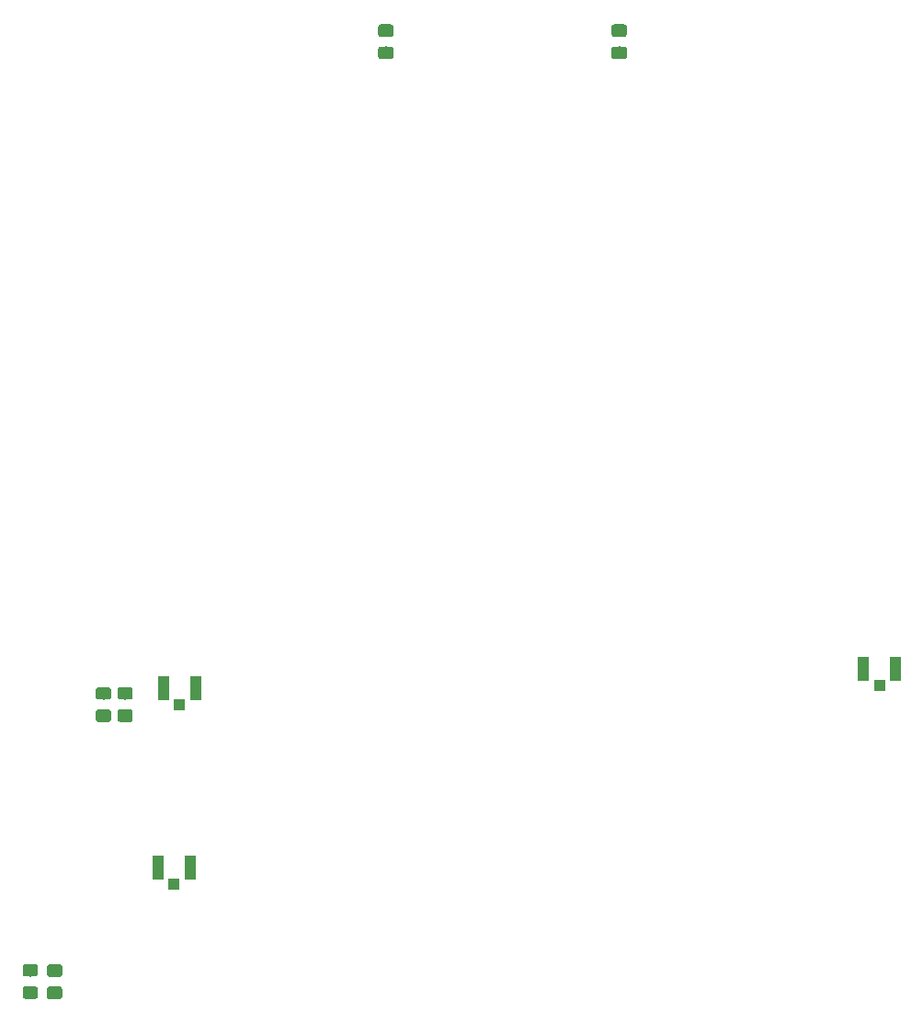
<source format=gbp>
G04 #@! TF.GenerationSoftware,KiCad,Pcbnew,(5.1.4)-1*
G04 #@! TF.CreationDate,2021-09-06T14:48:02-04:00*
G04 #@! TF.ProjectId,shunt_current_control_v2,7368756e-745f-4637-9572-72656e745f63,rev?*
G04 #@! TF.SameCoordinates,Original*
G04 #@! TF.FileFunction,Paste,Bot*
G04 #@! TF.FilePolarity,Positive*
%FSLAX46Y46*%
G04 Gerber Fmt 4.6, Leading zero omitted, Abs format (unit mm)*
G04 Created by KiCad (PCBNEW (5.1.4)-1) date 2021-09-06 14:48:02*
%MOMM*%
%LPD*%
G04 APERTURE LIST*
%ADD10R,1.050000X2.200000*%
%ADD11R,1.000000X1.050000*%
%ADD12C,0.100000*%
%ADD13C,1.150000*%
G04 APERTURE END LIST*
D10*
X151750000Y-97750000D03*
X154700000Y-97750000D03*
D11*
X153225000Y-99275000D03*
D12*
G36*
X129724505Y-40451204D02*
G01*
X129748773Y-40454804D01*
X129772572Y-40460765D01*
X129795671Y-40469030D01*
X129817850Y-40479520D01*
X129838893Y-40492132D01*
X129858599Y-40506747D01*
X129876777Y-40523223D01*
X129893253Y-40541401D01*
X129907868Y-40561107D01*
X129920480Y-40582150D01*
X129930970Y-40604329D01*
X129939235Y-40627428D01*
X129945196Y-40651227D01*
X129948796Y-40675495D01*
X129950000Y-40699999D01*
X129950000Y-41350001D01*
X129948796Y-41374505D01*
X129945196Y-41398773D01*
X129939235Y-41422572D01*
X129930970Y-41445671D01*
X129920480Y-41467850D01*
X129907868Y-41488893D01*
X129893253Y-41508599D01*
X129876777Y-41526777D01*
X129858599Y-41543253D01*
X129838893Y-41557868D01*
X129817850Y-41570480D01*
X129795671Y-41580970D01*
X129772572Y-41589235D01*
X129748773Y-41595196D01*
X129724505Y-41598796D01*
X129700001Y-41600000D01*
X128799999Y-41600000D01*
X128775495Y-41598796D01*
X128751227Y-41595196D01*
X128727428Y-41589235D01*
X128704329Y-41580970D01*
X128682150Y-41570480D01*
X128661107Y-41557868D01*
X128641401Y-41543253D01*
X128623223Y-41526777D01*
X128606747Y-41508599D01*
X128592132Y-41488893D01*
X128579520Y-41467850D01*
X128569030Y-41445671D01*
X128560765Y-41422572D01*
X128554804Y-41398773D01*
X128551204Y-41374505D01*
X128550000Y-41350001D01*
X128550000Y-40699999D01*
X128551204Y-40675495D01*
X128554804Y-40651227D01*
X128560765Y-40627428D01*
X128569030Y-40604329D01*
X128579520Y-40582150D01*
X128592132Y-40561107D01*
X128606747Y-40541401D01*
X128623223Y-40523223D01*
X128641401Y-40506747D01*
X128661107Y-40492132D01*
X128682150Y-40479520D01*
X128704329Y-40469030D01*
X128727428Y-40460765D01*
X128751227Y-40454804D01*
X128775495Y-40451204D01*
X128799999Y-40450000D01*
X129700001Y-40450000D01*
X129724505Y-40451204D01*
X129724505Y-40451204D01*
G37*
D13*
X129250000Y-41025000D03*
D12*
G36*
X129724505Y-38401204D02*
G01*
X129748773Y-38404804D01*
X129772572Y-38410765D01*
X129795671Y-38419030D01*
X129817850Y-38429520D01*
X129838893Y-38442132D01*
X129858599Y-38456747D01*
X129876777Y-38473223D01*
X129893253Y-38491401D01*
X129907868Y-38511107D01*
X129920480Y-38532150D01*
X129930970Y-38554329D01*
X129939235Y-38577428D01*
X129945196Y-38601227D01*
X129948796Y-38625495D01*
X129950000Y-38649999D01*
X129950000Y-39300001D01*
X129948796Y-39324505D01*
X129945196Y-39348773D01*
X129939235Y-39372572D01*
X129930970Y-39395671D01*
X129920480Y-39417850D01*
X129907868Y-39438893D01*
X129893253Y-39458599D01*
X129876777Y-39476777D01*
X129858599Y-39493253D01*
X129838893Y-39507868D01*
X129817850Y-39520480D01*
X129795671Y-39530970D01*
X129772572Y-39539235D01*
X129748773Y-39545196D01*
X129724505Y-39548796D01*
X129700001Y-39550000D01*
X128799999Y-39550000D01*
X128775495Y-39548796D01*
X128751227Y-39545196D01*
X128727428Y-39539235D01*
X128704329Y-39530970D01*
X128682150Y-39520480D01*
X128661107Y-39507868D01*
X128641401Y-39493253D01*
X128623223Y-39476777D01*
X128606747Y-39458599D01*
X128592132Y-39438893D01*
X128579520Y-39417850D01*
X128569030Y-39395671D01*
X128560765Y-39372572D01*
X128554804Y-39348773D01*
X128551204Y-39324505D01*
X128550000Y-39300001D01*
X128550000Y-38649999D01*
X128551204Y-38625495D01*
X128554804Y-38601227D01*
X128560765Y-38577428D01*
X128569030Y-38554329D01*
X128579520Y-38532150D01*
X128592132Y-38511107D01*
X128606747Y-38491401D01*
X128623223Y-38473223D01*
X128641401Y-38456747D01*
X128661107Y-38442132D01*
X128682150Y-38429520D01*
X128704329Y-38419030D01*
X128727428Y-38410765D01*
X128751227Y-38404804D01*
X128775495Y-38401204D01*
X128799999Y-38400000D01*
X129700001Y-38400000D01*
X129724505Y-38401204D01*
X129724505Y-38401204D01*
G37*
D13*
X129250000Y-38975000D03*
D10*
X87275000Y-99500000D03*
X90225000Y-99500000D03*
D11*
X88750000Y-101025000D03*
D10*
X86775000Y-116000000D03*
X89725000Y-116000000D03*
D11*
X88250000Y-117525000D03*
D12*
G36*
X77724505Y-124901204D02*
G01*
X77748773Y-124904804D01*
X77772572Y-124910765D01*
X77795671Y-124919030D01*
X77817850Y-124929520D01*
X77838893Y-124942132D01*
X77858599Y-124956747D01*
X77876777Y-124973223D01*
X77893253Y-124991401D01*
X77907868Y-125011107D01*
X77920480Y-125032150D01*
X77930970Y-125054329D01*
X77939235Y-125077428D01*
X77945196Y-125101227D01*
X77948796Y-125125495D01*
X77950000Y-125149999D01*
X77950000Y-125800001D01*
X77948796Y-125824505D01*
X77945196Y-125848773D01*
X77939235Y-125872572D01*
X77930970Y-125895671D01*
X77920480Y-125917850D01*
X77907868Y-125938893D01*
X77893253Y-125958599D01*
X77876777Y-125976777D01*
X77858599Y-125993253D01*
X77838893Y-126007868D01*
X77817850Y-126020480D01*
X77795671Y-126030970D01*
X77772572Y-126039235D01*
X77748773Y-126045196D01*
X77724505Y-126048796D01*
X77700001Y-126050000D01*
X76799999Y-126050000D01*
X76775495Y-126048796D01*
X76751227Y-126045196D01*
X76727428Y-126039235D01*
X76704329Y-126030970D01*
X76682150Y-126020480D01*
X76661107Y-126007868D01*
X76641401Y-125993253D01*
X76623223Y-125976777D01*
X76606747Y-125958599D01*
X76592132Y-125938893D01*
X76579520Y-125917850D01*
X76569030Y-125895671D01*
X76560765Y-125872572D01*
X76554804Y-125848773D01*
X76551204Y-125824505D01*
X76550000Y-125800001D01*
X76550000Y-125149999D01*
X76551204Y-125125495D01*
X76554804Y-125101227D01*
X76560765Y-125077428D01*
X76569030Y-125054329D01*
X76579520Y-125032150D01*
X76592132Y-125011107D01*
X76606747Y-124991401D01*
X76623223Y-124973223D01*
X76641401Y-124956747D01*
X76661107Y-124942132D01*
X76682150Y-124929520D01*
X76704329Y-124919030D01*
X76727428Y-124910765D01*
X76751227Y-124904804D01*
X76775495Y-124901204D01*
X76799999Y-124900000D01*
X77700001Y-124900000D01*
X77724505Y-124901204D01*
X77724505Y-124901204D01*
G37*
D13*
X77250000Y-125475000D03*
D12*
G36*
X77724505Y-126951204D02*
G01*
X77748773Y-126954804D01*
X77772572Y-126960765D01*
X77795671Y-126969030D01*
X77817850Y-126979520D01*
X77838893Y-126992132D01*
X77858599Y-127006747D01*
X77876777Y-127023223D01*
X77893253Y-127041401D01*
X77907868Y-127061107D01*
X77920480Y-127082150D01*
X77930970Y-127104329D01*
X77939235Y-127127428D01*
X77945196Y-127151227D01*
X77948796Y-127175495D01*
X77950000Y-127199999D01*
X77950000Y-127850001D01*
X77948796Y-127874505D01*
X77945196Y-127898773D01*
X77939235Y-127922572D01*
X77930970Y-127945671D01*
X77920480Y-127967850D01*
X77907868Y-127988893D01*
X77893253Y-128008599D01*
X77876777Y-128026777D01*
X77858599Y-128043253D01*
X77838893Y-128057868D01*
X77817850Y-128070480D01*
X77795671Y-128080970D01*
X77772572Y-128089235D01*
X77748773Y-128095196D01*
X77724505Y-128098796D01*
X77700001Y-128100000D01*
X76799999Y-128100000D01*
X76775495Y-128098796D01*
X76751227Y-128095196D01*
X76727428Y-128089235D01*
X76704329Y-128080970D01*
X76682150Y-128070480D01*
X76661107Y-128057868D01*
X76641401Y-128043253D01*
X76623223Y-128026777D01*
X76606747Y-128008599D01*
X76592132Y-127988893D01*
X76579520Y-127967850D01*
X76569030Y-127945671D01*
X76560765Y-127922572D01*
X76554804Y-127898773D01*
X76551204Y-127874505D01*
X76550000Y-127850001D01*
X76550000Y-127199999D01*
X76551204Y-127175495D01*
X76554804Y-127151227D01*
X76560765Y-127127428D01*
X76569030Y-127104329D01*
X76579520Y-127082150D01*
X76592132Y-127061107D01*
X76606747Y-127041401D01*
X76623223Y-127023223D01*
X76641401Y-127006747D01*
X76661107Y-126992132D01*
X76682150Y-126979520D01*
X76704329Y-126969030D01*
X76727428Y-126960765D01*
X76751227Y-126954804D01*
X76775495Y-126951204D01*
X76799999Y-126950000D01*
X77700001Y-126950000D01*
X77724505Y-126951204D01*
X77724505Y-126951204D01*
G37*
D13*
X77250000Y-127525000D03*
D12*
G36*
X82224505Y-99401204D02*
G01*
X82248773Y-99404804D01*
X82272572Y-99410765D01*
X82295671Y-99419030D01*
X82317850Y-99429520D01*
X82338893Y-99442132D01*
X82358599Y-99456747D01*
X82376777Y-99473223D01*
X82393253Y-99491401D01*
X82407868Y-99511107D01*
X82420480Y-99532150D01*
X82430970Y-99554329D01*
X82439235Y-99577428D01*
X82445196Y-99601227D01*
X82448796Y-99625495D01*
X82450000Y-99649999D01*
X82450000Y-100300001D01*
X82448796Y-100324505D01*
X82445196Y-100348773D01*
X82439235Y-100372572D01*
X82430970Y-100395671D01*
X82420480Y-100417850D01*
X82407868Y-100438893D01*
X82393253Y-100458599D01*
X82376777Y-100476777D01*
X82358599Y-100493253D01*
X82338893Y-100507868D01*
X82317850Y-100520480D01*
X82295671Y-100530970D01*
X82272572Y-100539235D01*
X82248773Y-100545196D01*
X82224505Y-100548796D01*
X82200001Y-100550000D01*
X81299999Y-100550000D01*
X81275495Y-100548796D01*
X81251227Y-100545196D01*
X81227428Y-100539235D01*
X81204329Y-100530970D01*
X81182150Y-100520480D01*
X81161107Y-100507868D01*
X81141401Y-100493253D01*
X81123223Y-100476777D01*
X81106747Y-100458599D01*
X81092132Y-100438893D01*
X81079520Y-100417850D01*
X81069030Y-100395671D01*
X81060765Y-100372572D01*
X81054804Y-100348773D01*
X81051204Y-100324505D01*
X81050000Y-100300001D01*
X81050000Y-99649999D01*
X81051204Y-99625495D01*
X81054804Y-99601227D01*
X81060765Y-99577428D01*
X81069030Y-99554329D01*
X81079520Y-99532150D01*
X81092132Y-99511107D01*
X81106747Y-99491401D01*
X81123223Y-99473223D01*
X81141401Y-99456747D01*
X81161107Y-99442132D01*
X81182150Y-99429520D01*
X81204329Y-99419030D01*
X81227428Y-99410765D01*
X81251227Y-99404804D01*
X81275495Y-99401204D01*
X81299999Y-99400000D01*
X82200001Y-99400000D01*
X82224505Y-99401204D01*
X82224505Y-99401204D01*
G37*
D13*
X81750000Y-99975000D03*
D12*
G36*
X82224505Y-101451204D02*
G01*
X82248773Y-101454804D01*
X82272572Y-101460765D01*
X82295671Y-101469030D01*
X82317850Y-101479520D01*
X82338893Y-101492132D01*
X82358599Y-101506747D01*
X82376777Y-101523223D01*
X82393253Y-101541401D01*
X82407868Y-101561107D01*
X82420480Y-101582150D01*
X82430970Y-101604329D01*
X82439235Y-101627428D01*
X82445196Y-101651227D01*
X82448796Y-101675495D01*
X82450000Y-101699999D01*
X82450000Y-102350001D01*
X82448796Y-102374505D01*
X82445196Y-102398773D01*
X82439235Y-102422572D01*
X82430970Y-102445671D01*
X82420480Y-102467850D01*
X82407868Y-102488893D01*
X82393253Y-102508599D01*
X82376777Y-102526777D01*
X82358599Y-102543253D01*
X82338893Y-102557868D01*
X82317850Y-102570480D01*
X82295671Y-102580970D01*
X82272572Y-102589235D01*
X82248773Y-102595196D01*
X82224505Y-102598796D01*
X82200001Y-102600000D01*
X81299999Y-102600000D01*
X81275495Y-102598796D01*
X81251227Y-102595196D01*
X81227428Y-102589235D01*
X81204329Y-102580970D01*
X81182150Y-102570480D01*
X81161107Y-102557868D01*
X81141401Y-102543253D01*
X81123223Y-102526777D01*
X81106747Y-102508599D01*
X81092132Y-102488893D01*
X81079520Y-102467850D01*
X81069030Y-102445671D01*
X81060765Y-102422572D01*
X81054804Y-102398773D01*
X81051204Y-102374505D01*
X81050000Y-102350001D01*
X81050000Y-101699999D01*
X81051204Y-101675495D01*
X81054804Y-101651227D01*
X81060765Y-101627428D01*
X81069030Y-101604329D01*
X81079520Y-101582150D01*
X81092132Y-101561107D01*
X81106747Y-101541401D01*
X81123223Y-101523223D01*
X81141401Y-101506747D01*
X81161107Y-101492132D01*
X81182150Y-101479520D01*
X81204329Y-101469030D01*
X81227428Y-101460765D01*
X81251227Y-101454804D01*
X81275495Y-101451204D01*
X81299999Y-101450000D01*
X82200001Y-101450000D01*
X82224505Y-101451204D01*
X82224505Y-101451204D01*
G37*
D13*
X81750000Y-102025000D03*
D12*
G36*
X108224505Y-38401204D02*
G01*
X108248773Y-38404804D01*
X108272572Y-38410765D01*
X108295671Y-38419030D01*
X108317850Y-38429520D01*
X108338893Y-38442132D01*
X108358599Y-38456747D01*
X108376777Y-38473223D01*
X108393253Y-38491401D01*
X108407868Y-38511107D01*
X108420480Y-38532150D01*
X108430970Y-38554329D01*
X108439235Y-38577428D01*
X108445196Y-38601227D01*
X108448796Y-38625495D01*
X108450000Y-38649999D01*
X108450000Y-39300001D01*
X108448796Y-39324505D01*
X108445196Y-39348773D01*
X108439235Y-39372572D01*
X108430970Y-39395671D01*
X108420480Y-39417850D01*
X108407868Y-39438893D01*
X108393253Y-39458599D01*
X108376777Y-39476777D01*
X108358599Y-39493253D01*
X108338893Y-39507868D01*
X108317850Y-39520480D01*
X108295671Y-39530970D01*
X108272572Y-39539235D01*
X108248773Y-39545196D01*
X108224505Y-39548796D01*
X108200001Y-39550000D01*
X107299999Y-39550000D01*
X107275495Y-39548796D01*
X107251227Y-39545196D01*
X107227428Y-39539235D01*
X107204329Y-39530970D01*
X107182150Y-39520480D01*
X107161107Y-39507868D01*
X107141401Y-39493253D01*
X107123223Y-39476777D01*
X107106747Y-39458599D01*
X107092132Y-39438893D01*
X107079520Y-39417850D01*
X107069030Y-39395671D01*
X107060765Y-39372572D01*
X107054804Y-39348773D01*
X107051204Y-39324505D01*
X107050000Y-39300001D01*
X107050000Y-38649999D01*
X107051204Y-38625495D01*
X107054804Y-38601227D01*
X107060765Y-38577428D01*
X107069030Y-38554329D01*
X107079520Y-38532150D01*
X107092132Y-38511107D01*
X107106747Y-38491401D01*
X107123223Y-38473223D01*
X107141401Y-38456747D01*
X107161107Y-38442132D01*
X107182150Y-38429520D01*
X107204329Y-38419030D01*
X107227428Y-38410765D01*
X107251227Y-38404804D01*
X107275495Y-38401204D01*
X107299999Y-38400000D01*
X108200001Y-38400000D01*
X108224505Y-38401204D01*
X108224505Y-38401204D01*
G37*
D13*
X107750000Y-38975000D03*
D12*
G36*
X108224505Y-40451204D02*
G01*
X108248773Y-40454804D01*
X108272572Y-40460765D01*
X108295671Y-40469030D01*
X108317850Y-40479520D01*
X108338893Y-40492132D01*
X108358599Y-40506747D01*
X108376777Y-40523223D01*
X108393253Y-40541401D01*
X108407868Y-40561107D01*
X108420480Y-40582150D01*
X108430970Y-40604329D01*
X108439235Y-40627428D01*
X108445196Y-40651227D01*
X108448796Y-40675495D01*
X108450000Y-40699999D01*
X108450000Y-41350001D01*
X108448796Y-41374505D01*
X108445196Y-41398773D01*
X108439235Y-41422572D01*
X108430970Y-41445671D01*
X108420480Y-41467850D01*
X108407868Y-41488893D01*
X108393253Y-41508599D01*
X108376777Y-41526777D01*
X108358599Y-41543253D01*
X108338893Y-41557868D01*
X108317850Y-41570480D01*
X108295671Y-41580970D01*
X108272572Y-41589235D01*
X108248773Y-41595196D01*
X108224505Y-41598796D01*
X108200001Y-41600000D01*
X107299999Y-41600000D01*
X107275495Y-41598796D01*
X107251227Y-41595196D01*
X107227428Y-41589235D01*
X107204329Y-41580970D01*
X107182150Y-41570480D01*
X107161107Y-41557868D01*
X107141401Y-41543253D01*
X107123223Y-41526777D01*
X107106747Y-41508599D01*
X107092132Y-41488893D01*
X107079520Y-41467850D01*
X107069030Y-41445671D01*
X107060765Y-41422572D01*
X107054804Y-41398773D01*
X107051204Y-41374505D01*
X107050000Y-41350001D01*
X107050000Y-40699999D01*
X107051204Y-40675495D01*
X107054804Y-40651227D01*
X107060765Y-40627428D01*
X107069030Y-40604329D01*
X107079520Y-40582150D01*
X107092132Y-40561107D01*
X107106747Y-40541401D01*
X107123223Y-40523223D01*
X107141401Y-40506747D01*
X107161107Y-40492132D01*
X107182150Y-40479520D01*
X107204329Y-40469030D01*
X107227428Y-40460765D01*
X107251227Y-40454804D01*
X107275495Y-40451204D01*
X107299999Y-40450000D01*
X108200001Y-40450000D01*
X108224505Y-40451204D01*
X108224505Y-40451204D01*
G37*
D13*
X107750000Y-41025000D03*
D12*
G36*
X75474505Y-124876204D02*
G01*
X75498773Y-124879804D01*
X75522572Y-124885765D01*
X75545671Y-124894030D01*
X75567850Y-124904520D01*
X75588893Y-124917132D01*
X75608599Y-124931747D01*
X75626777Y-124948223D01*
X75643253Y-124966401D01*
X75657868Y-124986107D01*
X75670480Y-125007150D01*
X75680970Y-125029329D01*
X75689235Y-125052428D01*
X75695196Y-125076227D01*
X75698796Y-125100495D01*
X75700000Y-125124999D01*
X75700000Y-125775001D01*
X75698796Y-125799505D01*
X75695196Y-125823773D01*
X75689235Y-125847572D01*
X75680970Y-125870671D01*
X75670480Y-125892850D01*
X75657868Y-125913893D01*
X75643253Y-125933599D01*
X75626777Y-125951777D01*
X75608599Y-125968253D01*
X75588893Y-125982868D01*
X75567850Y-125995480D01*
X75545671Y-126005970D01*
X75522572Y-126014235D01*
X75498773Y-126020196D01*
X75474505Y-126023796D01*
X75450001Y-126025000D01*
X74549999Y-126025000D01*
X74525495Y-126023796D01*
X74501227Y-126020196D01*
X74477428Y-126014235D01*
X74454329Y-126005970D01*
X74432150Y-125995480D01*
X74411107Y-125982868D01*
X74391401Y-125968253D01*
X74373223Y-125951777D01*
X74356747Y-125933599D01*
X74342132Y-125913893D01*
X74329520Y-125892850D01*
X74319030Y-125870671D01*
X74310765Y-125847572D01*
X74304804Y-125823773D01*
X74301204Y-125799505D01*
X74300000Y-125775001D01*
X74300000Y-125124999D01*
X74301204Y-125100495D01*
X74304804Y-125076227D01*
X74310765Y-125052428D01*
X74319030Y-125029329D01*
X74329520Y-125007150D01*
X74342132Y-124986107D01*
X74356747Y-124966401D01*
X74373223Y-124948223D01*
X74391401Y-124931747D01*
X74411107Y-124917132D01*
X74432150Y-124904520D01*
X74454329Y-124894030D01*
X74477428Y-124885765D01*
X74501227Y-124879804D01*
X74525495Y-124876204D01*
X74549999Y-124875000D01*
X75450001Y-124875000D01*
X75474505Y-124876204D01*
X75474505Y-124876204D01*
G37*
D13*
X75000000Y-125450000D03*
D12*
G36*
X75474505Y-126926204D02*
G01*
X75498773Y-126929804D01*
X75522572Y-126935765D01*
X75545671Y-126944030D01*
X75567850Y-126954520D01*
X75588893Y-126967132D01*
X75608599Y-126981747D01*
X75626777Y-126998223D01*
X75643253Y-127016401D01*
X75657868Y-127036107D01*
X75670480Y-127057150D01*
X75680970Y-127079329D01*
X75689235Y-127102428D01*
X75695196Y-127126227D01*
X75698796Y-127150495D01*
X75700000Y-127174999D01*
X75700000Y-127825001D01*
X75698796Y-127849505D01*
X75695196Y-127873773D01*
X75689235Y-127897572D01*
X75680970Y-127920671D01*
X75670480Y-127942850D01*
X75657868Y-127963893D01*
X75643253Y-127983599D01*
X75626777Y-128001777D01*
X75608599Y-128018253D01*
X75588893Y-128032868D01*
X75567850Y-128045480D01*
X75545671Y-128055970D01*
X75522572Y-128064235D01*
X75498773Y-128070196D01*
X75474505Y-128073796D01*
X75450001Y-128075000D01*
X74549999Y-128075000D01*
X74525495Y-128073796D01*
X74501227Y-128070196D01*
X74477428Y-128064235D01*
X74454329Y-128055970D01*
X74432150Y-128045480D01*
X74411107Y-128032868D01*
X74391401Y-128018253D01*
X74373223Y-128001777D01*
X74356747Y-127983599D01*
X74342132Y-127963893D01*
X74329520Y-127942850D01*
X74319030Y-127920671D01*
X74310765Y-127897572D01*
X74304804Y-127873773D01*
X74301204Y-127849505D01*
X74300000Y-127825001D01*
X74300000Y-127174999D01*
X74301204Y-127150495D01*
X74304804Y-127126227D01*
X74310765Y-127102428D01*
X74319030Y-127079329D01*
X74329520Y-127057150D01*
X74342132Y-127036107D01*
X74356747Y-127016401D01*
X74373223Y-126998223D01*
X74391401Y-126981747D01*
X74411107Y-126967132D01*
X74432150Y-126954520D01*
X74454329Y-126944030D01*
X74477428Y-126935765D01*
X74501227Y-126929804D01*
X74525495Y-126926204D01*
X74549999Y-126925000D01*
X75450001Y-126925000D01*
X75474505Y-126926204D01*
X75474505Y-126926204D01*
G37*
D13*
X75000000Y-127500000D03*
D12*
G36*
X84224505Y-99401204D02*
G01*
X84248773Y-99404804D01*
X84272572Y-99410765D01*
X84295671Y-99419030D01*
X84317850Y-99429520D01*
X84338893Y-99442132D01*
X84358599Y-99456747D01*
X84376777Y-99473223D01*
X84393253Y-99491401D01*
X84407868Y-99511107D01*
X84420480Y-99532150D01*
X84430970Y-99554329D01*
X84439235Y-99577428D01*
X84445196Y-99601227D01*
X84448796Y-99625495D01*
X84450000Y-99649999D01*
X84450000Y-100300001D01*
X84448796Y-100324505D01*
X84445196Y-100348773D01*
X84439235Y-100372572D01*
X84430970Y-100395671D01*
X84420480Y-100417850D01*
X84407868Y-100438893D01*
X84393253Y-100458599D01*
X84376777Y-100476777D01*
X84358599Y-100493253D01*
X84338893Y-100507868D01*
X84317850Y-100520480D01*
X84295671Y-100530970D01*
X84272572Y-100539235D01*
X84248773Y-100545196D01*
X84224505Y-100548796D01*
X84200001Y-100550000D01*
X83299999Y-100550000D01*
X83275495Y-100548796D01*
X83251227Y-100545196D01*
X83227428Y-100539235D01*
X83204329Y-100530970D01*
X83182150Y-100520480D01*
X83161107Y-100507868D01*
X83141401Y-100493253D01*
X83123223Y-100476777D01*
X83106747Y-100458599D01*
X83092132Y-100438893D01*
X83079520Y-100417850D01*
X83069030Y-100395671D01*
X83060765Y-100372572D01*
X83054804Y-100348773D01*
X83051204Y-100324505D01*
X83050000Y-100300001D01*
X83050000Y-99649999D01*
X83051204Y-99625495D01*
X83054804Y-99601227D01*
X83060765Y-99577428D01*
X83069030Y-99554329D01*
X83079520Y-99532150D01*
X83092132Y-99511107D01*
X83106747Y-99491401D01*
X83123223Y-99473223D01*
X83141401Y-99456747D01*
X83161107Y-99442132D01*
X83182150Y-99429520D01*
X83204329Y-99419030D01*
X83227428Y-99410765D01*
X83251227Y-99404804D01*
X83275495Y-99401204D01*
X83299999Y-99400000D01*
X84200001Y-99400000D01*
X84224505Y-99401204D01*
X84224505Y-99401204D01*
G37*
D13*
X83750000Y-99975000D03*
D12*
G36*
X84224505Y-101451204D02*
G01*
X84248773Y-101454804D01*
X84272572Y-101460765D01*
X84295671Y-101469030D01*
X84317850Y-101479520D01*
X84338893Y-101492132D01*
X84358599Y-101506747D01*
X84376777Y-101523223D01*
X84393253Y-101541401D01*
X84407868Y-101561107D01*
X84420480Y-101582150D01*
X84430970Y-101604329D01*
X84439235Y-101627428D01*
X84445196Y-101651227D01*
X84448796Y-101675495D01*
X84450000Y-101699999D01*
X84450000Y-102350001D01*
X84448796Y-102374505D01*
X84445196Y-102398773D01*
X84439235Y-102422572D01*
X84430970Y-102445671D01*
X84420480Y-102467850D01*
X84407868Y-102488893D01*
X84393253Y-102508599D01*
X84376777Y-102526777D01*
X84358599Y-102543253D01*
X84338893Y-102557868D01*
X84317850Y-102570480D01*
X84295671Y-102580970D01*
X84272572Y-102589235D01*
X84248773Y-102595196D01*
X84224505Y-102598796D01*
X84200001Y-102600000D01*
X83299999Y-102600000D01*
X83275495Y-102598796D01*
X83251227Y-102595196D01*
X83227428Y-102589235D01*
X83204329Y-102580970D01*
X83182150Y-102570480D01*
X83161107Y-102557868D01*
X83141401Y-102543253D01*
X83123223Y-102526777D01*
X83106747Y-102508599D01*
X83092132Y-102488893D01*
X83079520Y-102467850D01*
X83069030Y-102445671D01*
X83060765Y-102422572D01*
X83054804Y-102398773D01*
X83051204Y-102374505D01*
X83050000Y-102350001D01*
X83050000Y-101699999D01*
X83051204Y-101675495D01*
X83054804Y-101651227D01*
X83060765Y-101627428D01*
X83069030Y-101604329D01*
X83079520Y-101582150D01*
X83092132Y-101561107D01*
X83106747Y-101541401D01*
X83123223Y-101523223D01*
X83141401Y-101506747D01*
X83161107Y-101492132D01*
X83182150Y-101479520D01*
X83204329Y-101469030D01*
X83227428Y-101460765D01*
X83251227Y-101454804D01*
X83275495Y-101451204D01*
X83299999Y-101450000D01*
X84200001Y-101450000D01*
X84224505Y-101451204D01*
X84224505Y-101451204D01*
G37*
D13*
X83750000Y-102025000D03*
M02*

</source>
